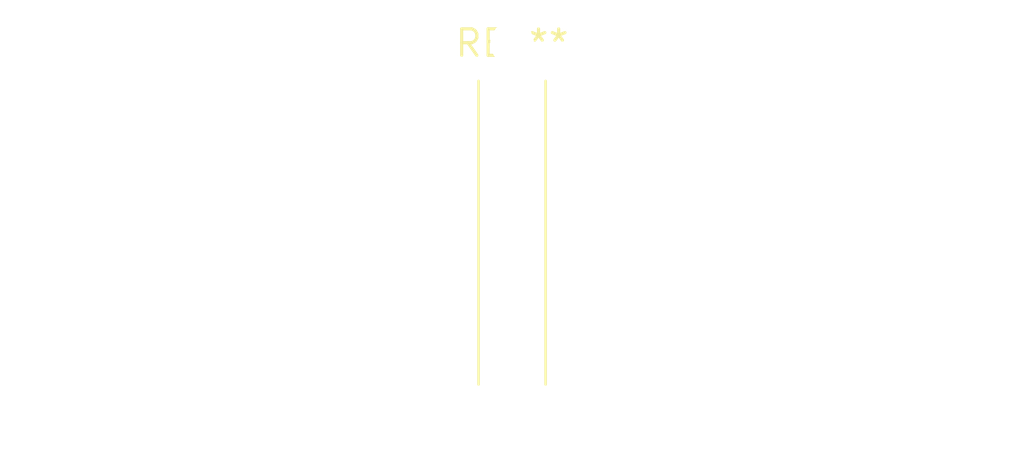
<source format=kicad_pcb>
(kicad_pcb (version 20240108) (generator pcbnew)
  (layers (0 "F.Cu" signal) (31 "B.Cu" signal) (34 "B.Paste" user) (35 "F.Paste" user) (36 "B.SilkS" user "B.Silkscreen") (37 "F.SilkS" user "F.Silkscreen") (38 "B.Mask" user) (39 "F.Mask" user) (44 "Edge.Cuts" user))
  (net 0 "")
  (footprint "SolderWire-1.5sqmm_1x01_D1.7mm_OD3mm_Relief" (layer "F.Cu") (at 0 0)
    (property "Reference" "REF**")
    (property "Value" "SolderWire-1.5sqmm_1x01_D1.7mm_OD3mm_Relief")
    (fp_line (start -1.61 1.81) (end -1.61 16.39) (layer "F.SilkS") (stroke (width 0.12)))
    (fp_line (start 1.61 1.81) (end 1.61 16.39) (layer "F.SilkS") (stroke (width 0.12)))
    (pad "" np_thru_hole circle (at 0 18) (size 3.5 3.5) (drill 3.5) (layers *.Cu *.Mask))
    (pad "1" thru_hole roundrect (at 0 0) (size 3.1 3.1) (drill 2.1) (layers *.Cu *.Mask) (remove_unused_layers) (roundrect_rratio 0.080645))
  )
)
</source>
